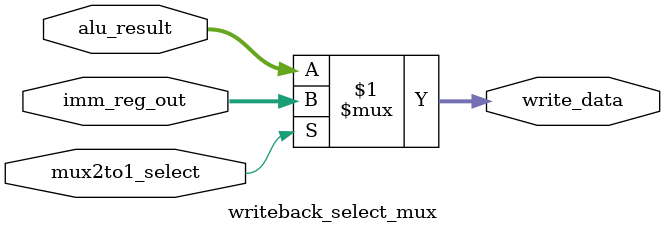
<source format=v>
module writeback_select_mux(write_data, imm_reg_out, alu_result, mux2to1_select);

  parameter DataSize = 32;

  output [DataSize-1:0] write_data;
  input [DataSize-1:0] imm_reg_out;
  input [DataSize-1:0] alu_result;
  input mux2to1_select;

  assign write_data = (mux2to1_select) ? imm_reg_out : alu_result;

endmodule

</source>
